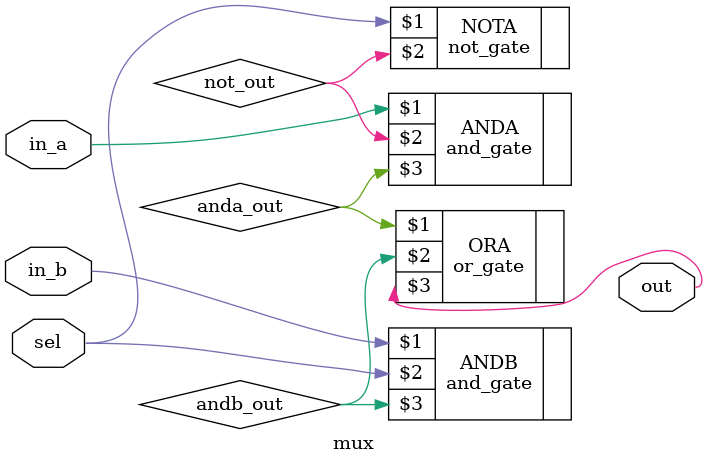
<source format=v>
module mux (input in_a,
            input in_b,
            input sel,
            output out);
    wire anda_out, andb_out, not_out;
    and_gate ANDA (in_a, not_out, anda_out);
    and_gate ANDB (in_b, sel, andb_out);
    not_gate NOTA (sel, not_out);
    or_gate ORA (anda_out, andb_out, out);
endmodule

</source>
